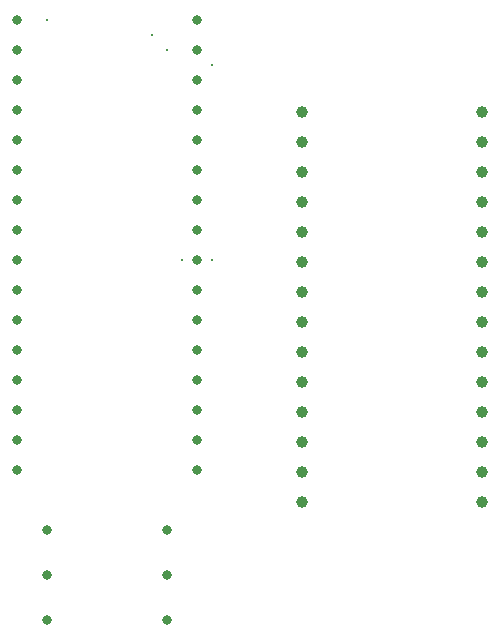
<source format=gbr>
%TF.GenerationSoftware,KiCad,Pcbnew,9.0.6*%
%TF.CreationDate,2026-01-11T11:49:04+09:00*%
%TF.ProjectId,MH01952024221Z2_1Mbit_mask-rom_adaptor,4d483031-3935-4323-9032-343232315a32,rev?*%
%TF.SameCoordinates,Original*%
%TF.FileFunction,Plated,1,2,PTH,Drill*%
%TF.FilePolarity,Positive*%
%FSLAX46Y46*%
G04 Gerber Fmt 4.6, Leading zero omitted, Abs format (unit mm)*
G04 Created by KiCad (PCBNEW 9.0.6) date 2026-01-11 11:49:04*
%MOMM*%
%LPD*%
G01*
G04 APERTURE LIST*
%TA.AperFunction,ViaDrill*%
%ADD10C,0.300000*%
%TD*%
%TA.AperFunction,ComponentDrill*%
%ADD11C,0.800000*%
%TD*%
%TA.AperFunction,ComponentDrill*%
%ADD12C,1.000000*%
%TD*%
G04 APERTURE END LIST*
D10*
X96520000Y-53340000D03*
X105410000Y-54610000D03*
X106680000Y-55880000D03*
X107950000Y-73660000D03*
X110490000Y-57150000D03*
X110490000Y-73660000D03*
D11*
%TO.C,J1*%
X93974500Y-53340000D03*
X93974500Y-55880000D03*
X93974500Y-58420000D03*
X93974500Y-60960000D03*
X93974500Y-63500000D03*
X93974500Y-66040000D03*
X93974500Y-68580000D03*
X93974500Y-71120000D03*
X93974500Y-73660000D03*
X93974500Y-76200000D03*
X93974500Y-78740000D03*
X93974500Y-81280000D03*
X93974500Y-83820000D03*
X93974500Y-86360000D03*
X93974500Y-88900000D03*
X93974500Y-91440000D03*
%TO.C,R1*%
X96520000Y-96520000D03*
%TO.C,R2*%
X96520000Y-100330000D03*
%TO.C,R3*%
X96520000Y-104140000D03*
%TO.C,R1*%
X106680000Y-96520000D03*
%TO.C,R2*%
X106680000Y-100330000D03*
%TO.C,R3*%
X106680000Y-104140000D03*
%TO.C,J1*%
X109214500Y-53340000D03*
X109214500Y-55880000D03*
X109214500Y-58420000D03*
X109214500Y-60960000D03*
X109214500Y-63500000D03*
X109214500Y-66040000D03*
X109214500Y-68580000D03*
X109214500Y-71120000D03*
X109214500Y-73660000D03*
X109214500Y-76200000D03*
X109214500Y-78740000D03*
X109214500Y-81280000D03*
X109214500Y-83820000D03*
X109214500Y-86360000D03*
X109214500Y-88900000D03*
X109214500Y-91440000D03*
D12*
%TO.C,U2*%
X118110000Y-61087000D03*
X118110000Y-63627000D03*
X118110000Y-66167000D03*
X118110000Y-68707000D03*
X118110000Y-71247000D03*
X118110000Y-73787000D03*
X118110000Y-76327000D03*
X118110000Y-78867000D03*
X118110000Y-81407000D03*
X118110000Y-83947000D03*
X118110000Y-86487000D03*
X118110000Y-89027000D03*
X118110000Y-91567000D03*
X118110000Y-94107000D03*
X133350000Y-61087000D03*
X133350000Y-63627000D03*
X133350000Y-66167000D03*
X133350000Y-68707000D03*
X133350000Y-71247000D03*
X133350000Y-73787000D03*
X133350000Y-76327000D03*
X133350000Y-78867000D03*
X133350000Y-81407000D03*
X133350000Y-83947000D03*
X133350000Y-86487000D03*
X133350000Y-89027000D03*
X133350000Y-91567000D03*
X133350000Y-94107000D03*
M02*

</source>
